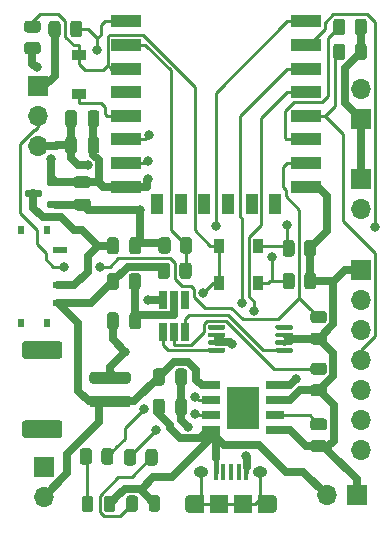
<source format=gtl>
G04 #@! TF.GenerationSoftware,KiCad,Pcbnew,(5.1.12)-1*
G04 #@! TF.CreationDate,2021-12-21T15:59:21+01:00*
G04 #@! TF.ProjectId,iot-postbox,696f742d-706f-4737-9462-6f782e6b6963,v0.3*
G04 #@! TF.SameCoordinates,Original*
G04 #@! TF.FileFunction,Copper,L1,Top*
G04 #@! TF.FilePolarity,Positive*
%FSLAX46Y46*%
G04 Gerber Fmt 4.6, Leading zero omitted, Abs format (unit mm)*
G04 Created by KiCad (PCBNEW (5.1.12)-1) date 2021-12-21 15:59:21*
%MOMM*%
%LPD*%
G01*
G04 APERTURE LIST*
G04 #@! TA.AperFunction,ComponentPad*
%ADD10O,1.700000X1.700000*%
G04 #@! TD*
G04 #@! TA.AperFunction,ComponentPad*
%ADD11R,1.700000X1.700000*%
G04 #@! TD*
G04 #@! TA.AperFunction,SMDPad,CuDef*
%ADD12R,0.600000X0.800000*%
G04 #@! TD*
G04 #@! TA.AperFunction,SMDPad,CuDef*
%ADD13R,1.200000X0.600000*%
G04 #@! TD*
G04 #@! TA.AperFunction,SMDPad,CuDef*
%ADD14R,0.650000X1.560000*%
G04 #@! TD*
G04 #@! TA.AperFunction,SMDPad,CuDef*
%ADD15R,1.500000X0.650000*%
G04 #@! TD*
G04 #@! TA.AperFunction,SMDPad,CuDef*
%ADD16R,2.700000X3.600000*%
G04 #@! TD*
G04 #@! TA.AperFunction,SMDPad,CuDef*
%ADD17R,2.500000X1.000000*%
G04 #@! TD*
G04 #@! TA.AperFunction,SMDPad,CuDef*
%ADD18R,1.000000X1.800000*%
G04 #@! TD*
G04 #@! TA.AperFunction,ComponentPad*
%ADD19O,0.890000X1.550000*%
G04 #@! TD*
G04 #@! TA.AperFunction,SMDPad,CuDef*
%ADD20R,1.200000X1.550000*%
G04 #@! TD*
G04 #@! TA.AperFunction,SMDPad,CuDef*
%ADD21R,1.500000X1.550000*%
G04 #@! TD*
G04 #@! TA.AperFunction,ComponentPad*
%ADD22O,1.250000X0.950000*%
G04 #@! TD*
G04 #@! TA.AperFunction,SMDPad,CuDef*
%ADD23R,0.400000X1.350000*%
G04 #@! TD*
G04 #@! TA.AperFunction,SMDPad,CuDef*
%ADD24R,1.200000X0.900000*%
G04 #@! TD*
G04 #@! TA.AperFunction,SMDPad,CuDef*
%ADD25R,0.900000X1.200000*%
G04 #@! TD*
G04 #@! TA.AperFunction,ViaPad*
%ADD26C,0.800000*%
G04 #@! TD*
G04 #@! TA.AperFunction,Conductor*
%ADD27C,0.250000*%
G04 #@! TD*
G04 #@! TA.AperFunction,Conductor*
%ADD28C,0.650000*%
G04 #@! TD*
G04 #@! TA.AperFunction,Conductor*
%ADD29C,0.400600*%
G04 #@! TD*
G04 #@! TA.AperFunction,Conductor*
%ADD30C,0.399800*%
G04 #@! TD*
G04 APERTURE END LIST*
D10*
X101669000Y-120720000D03*
X101669000Y-118180000D03*
D11*
X101669000Y-115640000D03*
D10*
X129032000Y-146418000D03*
X129032000Y-143878000D03*
X129032000Y-141338000D03*
X129032000Y-138798000D03*
X129032000Y-136258000D03*
X129032000Y-133718000D03*
D11*
X129032000Y-131178000D03*
D12*
X100239000Y-135650000D03*
X102459000Y-135650000D03*
X100239000Y-127830000D03*
X102459000Y-127830000D03*
D13*
X103559000Y-129490000D03*
X103559000Y-132490000D03*
X103559000Y-133990000D03*
G04 #@! TA.AperFunction,SMDPad,CuDef*
G36*
G01*
X103900000Y-125500000D02*
X103900000Y-125800000D01*
G75*
G02*
X103750000Y-125950000I-150000J0D01*
G01*
X102575000Y-125950000D01*
G75*
G02*
X102425000Y-125800000I0J150000D01*
G01*
X102425000Y-125500000D01*
G75*
G02*
X102575000Y-125350000I150000J0D01*
G01*
X103750000Y-125350000D01*
G75*
G02*
X103900000Y-125500000I0J-150000D01*
G01*
G37*
G04 #@! TD.AperFunction*
G04 #@! TA.AperFunction,SMDPad,CuDef*
G36*
G01*
X103900000Y-123600000D02*
X103900000Y-123900000D01*
G75*
G02*
X103750000Y-124050000I-150000J0D01*
G01*
X102575000Y-124050000D01*
G75*
G02*
X102425000Y-123900000I0J150000D01*
G01*
X102425000Y-123600000D01*
G75*
G02*
X102575000Y-123450000I150000J0D01*
G01*
X103750000Y-123450000D01*
G75*
G02*
X103900000Y-123600000I0J-150000D01*
G01*
G37*
G04 #@! TD.AperFunction*
G04 #@! TA.AperFunction,SMDPad,CuDef*
G36*
G01*
X102025000Y-124550000D02*
X102025000Y-124850000D01*
G75*
G02*
X101875000Y-125000000I-150000J0D01*
G01*
X100700000Y-125000000D01*
G75*
G02*
X100550000Y-124850000I0J150000D01*
G01*
X100550000Y-124550000D01*
G75*
G02*
X100700000Y-124400000I150000J0D01*
G01*
X101875000Y-124400000D01*
G75*
G02*
X102025000Y-124550000I0J-150000D01*
G01*
G37*
G04 #@! TD.AperFunction*
G04 #@! TA.AperFunction,SMDPad,CuDef*
G36*
G01*
X116050000Y-136125000D02*
X116050000Y-135925000D01*
G75*
G02*
X116150000Y-135825000I100000J0D01*
G01*
X117425000Y-135825000D01*
G75*
G02*
X117525000Y-135925000I0J-100000D01*
G01*
X117525000Y-136125000D01*
G75*
G02*
X117425000Y-136225000I-100000J0D01*
G01*
X116150000Y-136225000D01*
G75*
G02*
X116050000Y-136125000I0J100000D01*
G01*
G37*
G04 #@! TD.AperFunction*
G04 #@! TA.AperFunction,SMDPad,CuDef*
G36*
G01*
X116050000Y-136775000D02*
X116050000Y-136575000D01*
G75*
G02*
X116150000Y-136475000I100000J0D01*
G01*
X117425000Y-136475000D01*
G75*
G02*
X117525000Y-136575000I0J-100000D01*
G01*
X117525000Y-136775000D01*
G75*
G02*
X117425000Y-136875000I-100000J0D01*
G01*
X116150000Y-136875000D01*
G75*
G02*
X116050000Y-136775000I0J100000D01*
G01*
G37*
G04 #@! TD.AperFunction*
G04 #@! TA.AperFunction,SMDPad,CuDef*
G36*
G01*
X116050000Y-137425000D02*
X116050000Y-137225000D01*
G75*
G02*
X116150000Y-137125000I100000J0D01*
G01*
X117425000Y-137125000D01*
G75*
G02*
X117525000Y-137225000I0J-100000D01*
G01*
X117525000Y-137425000D01*
G75*
G02*
X117425000Y-137525000I-100000J0D01*
G01*
X116150000Y-137525000D01*
G75*
G02*
X116050000Y-137425000I0J100000D01*
G01*
G37*
G04 #@! TD.AperFunction*
G04 #@! TA.AperFunction,SMDPad,CuDef*
G36*
G01*
X116050000Y-138075000D02*
X116050000Y-137875000D01*
G75*
G02*
X116150000Y-137775000I100000J0D01*
G01*
X117425000Y-137775000D01*
G75*
G02*
X117525000Y-137875000I0J-100000D01*
G01*
X117525000Y-138075000D01*
G75*
G02*
X117425000Y-138175000I-100000J0D01*
G01*
X116150000Y-138175000D01*
G75*
G02*
X116050000Y-138075000I0J100000D01*
G01*
G37*
G04 #@! TD.AperFunction*
G04 #@! TA.AperFunction,SMDPad,CuDef*
G36*
G01*
X121775000Y-138075000D02*
X121775000Y-137875000D01*
G75*
G02*
X121875000Y-137775000I100000J0D01*
G01*
X123150000Y-137775000D01*
G75*
G02*
X123250000Y-137875000I0J-100000D01*
G01*
X123250000Y-138075000D01*
G75*
G02*
X123150000Y-138175000I-100000J0D01*
G01*
X121875000Y-138175000D01*
G75*
G02*
X121775000Y-138075000I0J100000D01*
G01*
G37*
G04 #@! TD.AperFunction*
G04 #@! TA.AperFunction,SMDPad,CuDef*
G36*
G01*
X121775000Y-137425000D02*
X121775000Y-137225000D01*
G75*
G02*
X121875000Y-137125000I100000J0D01*
G01*
X123150000Y-137125000D01*
G75*
G02*
X123250000Y-137225000I0J-100000D01*
G01*
X123250000Y-137425000D01*
G75*
G02*
X123150000Y-137525000I-100000J0D01*
G01*
X121875000Y-137525000D01*
G75*
G02*
X121775000Y-137425000I0J100000D01*
G01*
G37*
G04 #@! TD.AperFunction*
G04 #@! TA.AperFunction,SMDPad,CuDef*
G36*
G01*
X121775000Y-136775000D02*
X121775000Y-136575000D01*
G75*
G02*
X121875000Y-136475000I100000J0D01*
G01*
X123150000Y-136475000D01*
G75*
G02*
X123250000Y-136575000I0J-100000D01*
G01*
X123250000Y-136775000D01*
G75*
G02*
X123150000Y-136875000I-100000J0D01*
G01*
X121875000Y-136875000D01*
G75*
G02*
X121775000Y-136775000I0J100000D01*
G01*
G37*
G04 #@! TD.AperFunction*
G04 #@! TA.AperFunction,SMDPad,CuDef*
G36*
G01*
X121775000Y-136125000D02*
X121775000Y-135925000D01*
G75*
G02*
X121875000Y-135825000I100000J0D01*
G01*
X123150000Y-135825000D01*
G75*
G02*
X123250000Y-135925000I0J-100000D01*
G01*
X123250000Y-136125000D01*
G75*
G02*
X123150000Y-136225000I-100000J0D01*
G01*
X121875000Y-136225000D01*
G75*
G02*
X121775000Y-136125000I0J100000D01*
G01*
G37*
G04 #@! TD.AperFunction*
D14*
X112250000Y-136400000D03*
X113200000Y-136400000D03*
X114150000Y-136400000D03*
X114150000Y-133700000D03*
X112250000Y-133700000D03*
X113200000Y-133700000D03*
D15*
X121750000Y-144755000D03*
X121750000Y-143485000D03*
X121750000Y-142215000D03*
X121750000Y-140945000D03*
X116350000Y-140945000D03*
X116350000Y-142215000D03*
X116350000Y-143485000D03*
X116350000Y-144755000D03*
D16*
X119050000Y-142850000D03*
D17*
X109160000Y-110130000D03*
X109160000Y-112130000D03*
X109160000Y-114130000D03*
X109160000Y-116130000D03*
X109160000Y-118130000D03*
X109160000Y-120130000D03*
X109160000Y-122130000D03*
X109160000Y-124130000D03*
D18*
X111760000Y-125630000D03*
X113760000Y-125630000D03*
X115760000Y-125630000D03*
X117760000Y-125630000D03*
X119760000Y-125630000D03*
X121760000Y-125630000D03*
D17*
X124360000Y-124130000D03*
X124360000Y-122130000D03*
X124360000Y-120130000D03*
X124360000Y-118130000D03*
X124360000Y-116130000D03*
X124360000Y-114130000D03*
X124360000Y-112130000D03*
X124360000Y-110130000D03*
G04 #@! TA.AperFunction,SMDPad,CuDef*
G36*
G01*
X125890002Y-144770000D02*
X124989998Y-144770000D01*
G75*
G02*
X124740000Y-144520002I0J249998D01*
G01*
X124740000Y-143994998D01*
G75*
G02*
X124989998Y-143745000I249998J0D01*
G01*
X125890002Y-143745000D01*
G75*
G02*
X126140000Y-143994998I0J-249998D01*
G01*
X126140000Y-144520002D01*
G75*
G02*
X125890002Y-144770000I-249998J0D01*
G01*
G37*
G04 #@! TD.AperFunction*
G04 #@! TA.AperFunction,SMDPad,CuDef*
G36*
G01*
X125890002Y-146595000D02*
X124989998Y-146595000D01*
G75*
G02*
X124740000Y-146345002I0J249998D01*
G01*
X124740000Y-145819998D01*
G75*
G02*
X124989998Y-145570000I249998J0D01*
G01*
X125890002Y-145570000D01*
G75*
G02*
X126140000Y-145819998I0J-249998D01*
G01*
X126140000Y-146345002D01*
G75*
G02*
X125890002Y-146595000I-249998J0D01*
G01*
G37*
G04 #@! TD.AperFunction*
G04 #@! TA.AperFunction,SMDPad,CuDef*
G36*
G01*
X114725000Y-128649998D02*
X114725000Y-129550002D01*
G75*
G02*
X114475002Y-129800000I-249998J0D01*
G01*
X113949998Y-129800000D01*
G75*
G02*
X113700000Y-129550002I0J249998D01*
G01*
X113700000Y-128649998D01*
G75*
G02*
X113949998Y-128400000I249998J0D01*
G01*
X114475002Y-128400000D01*
G75*
G02*
X114725000Y-128649998I0J-249998D01*
G01*
G37*
G04 #@! TD.AperFunction*
G04 #@! TA.AperFunction,SMDPad,CuDef*
G36*
G01*
X112900000Y-128649998D02*
X112900000Y-129550002D01*
G75*
G02*
X112650002Y-129800000I-249998J0D01*
G01*
X112124998Y-129800000D01*
G75*
G02*
X111875000Y-129550002I0J249998D01*
G01*
X111875000Y-128649998D01*
G75*
G02*
X112124998Y-128400000I249998J0D01*
G01*
X112650002Y-128400000D01*
G75*
G02*
X112900000Y-128649998I0J-249998D01*
G01*
G37*
G04 #@! TD.AperFunction*
G04 #@! TA.AperFunction,SMDPad,CuDef*
G36*
G01*
X111825000Y-131700002D02*
X111825000Y-130799998D01*
G75*
G02*
X112074998Y-130550000I249998J0D01*
G01*
X112600002Y-130550000D01*
G75*
G02*
X112850000Y-130799998I0J-249998D01*
G01*
X112850000Y-131700002D01*
G75*
G02*
X112600002Y-131950000I-249998J0D01*
G01*
X112074998Y-131950000D01*
G75*
G02*
X111825000Y-131700002I0J249998D01*
G01*
G37*
G04 #@! TD.AperFunction*
G04 #@! TA.AperFunction,SMDPad,CuDef*
G36*
G01*
X113650000Y-131700002D02*
X113650000Y-130799998D01*
G75*
G02*
X113899998Y-130550000I249998J0D01*
G01*
X114425002Y-130550000D01*
G75*
G02*
X114675000Y-130799998I0J-249998D01*
G01*
X114675000Y-131700002D01*
G75*
G02*
X114425002Y-131950000I-249998J0D01*
G01*
X113899998Y-131950000D01*
G75*
G02*
X113650000Y-131700002I0J249998D01*
G01*
G37*
G04 #@! TD.AperFunction*
G04 #@! TA.AperFunction,SMDPad,CuDef*
G36*
G01*
X107525000Y-132600002D02*
X107525000Y-131699998D01*
G75*
G02*
X107774998Y-131450000I249998J0D01*
G01*
X108300002Y-131450000D01*
G75*
G02*
X108550000Y-131699998I0J-249998D01*
G01*
X108550000Y-132600002D01*
G75*
G02*
X108300002Y-132850000I-249998J0D01*
G01*
X107774998Y-132850000D01*
G75*
G02*
X107525000Y-132600002I0J249998D01*
G01*
G37*
G04 #@! TD.AperFunction*
G04 #@! TA.AperFunction,SMDPad,CuDef*
G36*
G01*
X109350000Y-132600002D02*
X109350000Y-131699998D01*
G75*
G02*
X109599998Y-131450000I249998J0D01*
G01*
X110125002Y-131450000D01*
G75*
G02*
X110375000Y-131699998I0J-249998D01*
G01*
X110375000Y-132600002D01*
G75*
G02*
X110125002Y-132850000I-249998J0D01*
G01*
X109599998Y-132850000D01*
G75*
G02*
X109350000Y-132600002I0J249998D01*
G01*
G37*
G04 #@! TD.AperFunction*
G04 #@! TA.AperFunction,SMDPad,CuDef*
G36*
G01*
X124989998Y-140860000D02*
X125890002Y-140860000D01*
G75*
G02*
X126140000Y-141109998I0J-249998D01*
G01*
X126140000Y-141635002D01*
G75*
G02*
X125890002Y-141885000I-249998J0D01*
G01*
X124989998Y-141885000D01*
G75*
G02*
X124740000Y-141635002I0J249998D01*
G01*
X124740000Y-141109998D01*
G75*
G02*
X124989998Y-140860000I249998J0D01*
G01*
G37*
G04 #@! TD.AperFunction*
G04 #@! TA.AperFunction,SMDPad,CuDef*
G36*
G01*
X124989998Y-139035000D02*
X125890002Y-139035000D01*
G75*
G02*
X126140000Y-139284998I0J-249998D01*
G01*
X126140000Y-139810002D01*
G75*
G02*
X125890002Y-140060000I-249998J0D01*
G01*
X124989998Y-140060000D01*
G75*
G02*
X124740000Y-139810002I0J249998D01*
G01*
X124740000Y-139284998D01*
G75*
G02*
X124989998Y-139035000I249998J0D01*
G01*
G37*
G04 #@! TD.AperFunction*
G04 #@! TA.AperFunction,SMDPad,CuDef*
G36*
G01*
X107030000Y-147420002D02*
X107030000Y-146519998D01*
G75*
G02*
X107279998Y-146270000I249998J0D01*
G01*
X107805002Y-146270000D01*
G75*
G02*
X108055000Y-146519998I0J-249998D01*
G01*
X108055000Y-147420002D01*
G75*
G02*
X107805002Y-147670000I-249998J0D01*
G01*
X107279998Y-147670000D01*
G75*
G02*
X107030000Y-147420002I0J249998D01*
G01*
G37*
G04 #@! TD.AperFunction*
G04 #@! TA.AperFunction,SMDPad,CuDef*
G36*
G01*
X105205000Y-147420002D02*
X105205000Y-146519998D01*
G75*
G02*
X105454998Y-146270000I249998J0D01*
G01*
X105980002Y-146270000D01*
G75*
G02*
X106230000Y-146519998I0J-249998D01*
G01*
X106230000Y-147420002D01*
G75*
G02*
X105980002Y-147670000I-249998J0D01*
G01*
X105454998Y-147670000D01*
G75*
G02*
X105205000Y-147420002I0J249998D01*
G01*
G37*
G04 #@! TD.AperFunction*
G04 #@! TA.AperFunction,SMDPad,CuDef*
G36*
G01*
X111795000Y-146589998D02*
X111795000Y-147490002D01*
G75*
G02*
X111545002Y-147740000I-249998J0D01*
G01*
X111019998Y-147740000D01*
G75*
G02*
X110770000Y-147490002I0J249998D01*
G01*
X110770000Y-146589998D01*
G75*
G02*
X111019998Y-146340000I249998J0D01*
G01*
X111545002Y-146340000D01*
G75*
G02*
X111795000Y-146589998I0J-249998D01*
G01*
G37*
G04 #@! TD.AperFunction*
G04 #@! TA.AperFunction,SMDPad,CuDef*
G36*
G01*
X109970000Y-146589998D02*
X109970000Y-147490002D01*
G75*
G02*
X109720002Y-147740000I-249998J0D01*
G01*
X109194998Y-147740000D01*
G75*
G02*
X108945000Y-147490002I0J249998D01*
G01*
X108945000Y-146589998D01*
G75*
G02*
X109194998Y-146340000I249998J0D01*
G01*
X109720002Y-146340000D01*
G75*
G02*
X109970000Y-146589998I0J-249998D01*
G01*
G37*
G04 #@! TD.AperFunction*
G04 #@! TA.AperFunction,SMDPad,CuDef*
G36*
G01*
X122375000Y-129790002D02*
X122375000Y-128889998D01*
G75*
G02*
X122624998Y-128640000I249998J0D01*
G01*
X123150002Y-128640000D01*
G75*
G02*
X123400000Y-128889998I0J-249998D01*
G01*
X123400000Y-129790002D01*
G75*
G02*
X123150002Y-130040000I-249998J0D01*
G01*
X122624998Y-130040000D01*
G75*
G02*
X122375000Y-129790002I0J249998D01*
G01*
G37*
G04 #@! TD.AperFunction*
G04 #@! TA.AperFunction,SMDPad,CuDef*
G36*
G01*
X124200000Y-129790002D02*
X124200000Y-128889998D01*
G75*
G02*
X124449998Y-128640000I249998J0D01*
G01*
X124975002Y-128640000D01*
G75*
G02*
X125225000Y-128889998I0J-249998D01*
G01*
X125225000Y-129790002D01*
G75*
G02*
X124975002Y-130040000I-249998J0D01*
G01*
X124449998Y-130040000D01*
G75*
G02*
X124200000Y-129790002I0J249998D01*
G01*
G37*
G04 #@! TD.AperFunction*
G04 #@! TA.AperFunction,SMDPad,CuDef*
G36*
G01*
X122375000Y-132565002D02*
X122375000Y-131664998D01*
G75*
G02*
X122624998Y-131415000I249998J0D01*
G01*
X123150002Y-131415000D01*
G75*
G02*
X123400000Y-131664998I0J-249998D01*
G01*
X123400000Y-132565002D01*
G75*
G02*
X123150002Y-132815000I-249998J0D01*
G01*
X122624998Y-132815000D01*
G75*
G02*
X122375000Y-132565002I0J249998D01*
G01*
G37*
G04 #@! TD.AperFunction*
G04 #@! TA.AperFunction,SMDPad,CuDef*
G36*
G01*
X124200000Y-132565002D02*
X124200000Y-131664998D01*
G75*
G02*
X124449998Y-131415000I249998J0D01*
G01*
X124975002Y-131415000D01*
G75*
G02*
X125225000Y-131664998I0J-249998D01*
G01*
X125225000Y-132565002D01*
G75*
G02*
X124975002Y-132815000I-249998J0D01*
G01*
X124449998Y-132815000D01*
G75*
G02*
X124200000Y-132565002I0J249998D01*
G01*
G37*
G04 #@! TD.AperFunction*
G04 #@! TA.AperFunction,SMDPad,CuDef*
G36*
G01*
X100743998Y-110065000D02*
X101644002Y-110065000D01*
G75*
G02*
X101894000Y-110314998I0J-249998D01*
G01*
X101894000Y-110840002D01*
G75*
G02*
X101644002Y-111090000I-249998J0D01*
G01*
X100743998Y-111090000D01*
G75*
G02*
X100494000Y-110840002I0J249998D01*
G01*
X100494000Y-110314998D01*
G75*
G02*
X100743998Y-110065000I249998J0D01*
G01*
G37*
G04 #@! TD.AperFunction*
G04 #@! TA.AperFunction,SMDPad,CuDef*
G36*
G01*
X100743998Y-111890000D02*
X101644002Y-111890000D01*
G75*
G02*
X101894000Y-112139998I0J-249998D01*
G01*
X101894000Y-112665002D01*
G75*
G02*
X101644002Y-112915000I-249998J0D01*
G01*
X100743998Y-112915000D01*
G75*
G02*
X100494000Y-112665002I0J249998D01*
G01*
X100494000Y-112139998D01*
G75*
G02*
X100743998Y-111890000I249998J0D01*
G01*
G37*
G04 #@! TD.AperFunction*
G04 #@! TA.AperFunction,SMDPad,CuDef*
G36*
G01*
X128488000Y-111040002D02*
X128488000Y-110139998D01*
G75*
G02*
X128737998Y-109890000I249998J0D01*
G01*
X129263002Y-109890000D01*
G75*
G02*
X129513000Y-110139998I0J-249998D01*
G01*
X129513000Y-111040002D01*
G75*
G02*
X129263002Y-111290000I-249998J0D01*
G01*
X128737998Y-111290000D01*
G75*
G02*
X128488000Y-111040002I0J249998D01*
G01*
G37*
G04 #@! TD.AperFunction*
G04 #@! TA.AperFunction,SMDPad,CuDef*
G36*
G01*
X126663000Y-111040002D02*
X126663000Y-110139998D01*
G75*
G02*
X126912998Y-109890000I249998J0D01*
G01*
X127438002Y-109890000D01*
G75*
G02*
X127688000Y-110139998I0J-249998D01*
G01*
X127688000Y-111040002D01*
G75*
G02*
X127438002Y-111290000I-249998J0D01*
G01*
X126912998Y-111290000D01*
G75*
G02*
X126663000Y-111040002I0J249998D01*
G01*
G37*
G04 #@! TD.AperFunction*
G04 #@! TA.AperFunction,SMDPad,CuDef*
G36*
G01*
X124989998Y-136490000D02*
X125890002Y-136490000D01*
G75*
G02*
X126140000Y-136739998I0J-249998D01*
G01*
X126140000Y-137265002D01*
G75*
G02*
X125890002Y-137515000I-249998J0D01*
G01*
X124989998Y-137515000D01*
G75*
G02*
X124740000Y-137265002I0J249998D01*
G01*
X124740000Y-136739998D01*
G75*
G02*
X124989998Y-136490000I249998J0D01*
G01*
G37*
G04 #@! TD.AperFunction*
G04 #@! TA.AperFunction,SMDPad,CuDef*
G36*
G01*
X124989998Y-134665000D02*
X125890002Y-134665000D01*
G75*
G02*
X126140000Y-134914998I0J-249998D01*
G01*
X126140000Y-135440002D01*
G75*
G02*
X125890002Y-135690000I-249998J0D01*
G01*
X124989998Y-135690000D01*
G75*
G02*
X124740000Y-135440002I0J249998D01*
G01*
X124740000Y-134914998D01*
G75*
G02*
X124989998Y-134665000I249998J0D01*
G01*
G37*
G04 #@! TD.AperFunction*
G04 #@! TA.AperFunction,SMDPad,CuDef*
G36*
G01*
X128488000Y-113160002D02*
X128488000Y-112259998D01*
G75*
G02*
X128737998Y-112010000I249998J0D01*
G01*
X129263002Y-112010000D01*
G75*
G02*
X129513000Y-112259998I0J-249998D01*
G01*
X129513000Y-113160002D01*
G75*
G02*
X129263002Y-113410000I-249998J0D01*
G01*
X128737998Y-113410000D01*
G75*
G02*
X128488000Y-113160002I0J249998D01*
G01*
G37*
G04 #@! TD.AperFunction*
G04 #@! TA.AperFunction,SMDPad,CuDef*
G36*
G01*
X126663000Y-113160002D02*
X126663000Y-112259998D01*
G75*
G02*
X126912998Y-112010000I249998J0D01*
G01*
X127438002Y-112010000D01*
G75*
G02*
X127688000Y-112259998I0J-249998D01*
G01*
X127688000Y-113160002D01*
G75*
G02*
X127438002Y-113410000I-249998J0D01*
G01*
X126912998Y-113410000D01*
G75*
G02*
X126663000Y-113160002I0J249998D01*
G01*
G37*
G04 #@! TD.AperFunction*
G04 #@! TA.AperFunction,SMDPad,CuDef*
G36*
G01*
X102560000Y-111230002D02*
X102560000Y-110329998D01*
G75*
G02*
X102809998Y-110080000I249998J0D01*
G01*
X103335002Y-110080000D01*
G75*
G02*
X103585000Y-110329998I0J-249998D01*
G01*
X103585000Y-111230002D01*
G75*
G02*
X103335002Y-111480000I-249998J0D01*
G01*
X102809998Y-111480000D01*
G75*
G02*
X102560000Y-111230002I0J249998D01*
G01*
G37*
G04 #@! TD.AperFunction*
G04 #@! TA.AperFunction,SMDPad,CuDef*
G36*
G01*
X104385000Y-111230002D02*
X104385000Y-110329998D01*
G75*
G02*
X104634998Y-110080000I249998J0D01*
G01*
X105160002Y-110080000D01*
G75*
G02*
X105410000Y-110329998I0J-249998D01*
G01*
X105410000Y-111230002D01*
G75*
G02*
X105160002Y-111480000I-249998J0D01*
G01*
X104634998Y-111480000D01*
G75*
G02*
X104385000Y-111230002I0J249998D01*
G01*
G37*
G04 #@! TD.AperFunction*
D11*
X102180000Y-147820000D03*
D10*
X102180000Y-150360000D03*
G04 #@! TA.AperFunction,SMDPad,CuDef*
G36*
G01*
X100580000Y-143910000D02*
X103480000Y-143910000D01*
G75*
G02*
X103730000Y-144160000I0J-250000D01*
G01*
X103730000Y-145160000D01*
G75*
G02*
X103480000Y-145410000I-250000J0D01*
G01*
X100580000Y-145410000D01*
G75*
G02*
X100330000Y-145160000I0J250000D01*
G01*
X100330000Y-144160000D01*
G75*
G02*
X100580000Y-143910000I250000J0D01*
G01*
G37*
G04 #@! TD.AperFunction*
G04 #@! TA.AperFunction,SMDPad,CuDef*
G36*
G01*
X100580000Y-137210000D02*
X103480000Y-137210000D01*
G75*
G02*
X103730000Y-137460000I0J-250000D01*
G01*
X103730000Y-138460000D01*
G75*
G02*
X103480000Y-138710000I-250000J0D01*
G01*
X100580000Y-138710000D01*
G75*
G02*
X100330000Y-138460000I0J250000D01*
G01*
X100330000Y-137460000D01*
G75*
G02*
X100580000Y-137210000I250000J0D01*
G01*
G37*
G04 #@! TD.AperFunction*
G04 #@! TA.AperFunction,SMDPad,CuDef*
G36*
G01*
X106280000Y-141810000D02*
X109280000Y-141810000D01*
G75*
G02*
X109530000Y-142060000I0J-250000D01*
G01*
X109530000Y-142560000D01*
G75*
G02*
X109280000Y-142810000I-250000J0D01*
G01*
X106280000Y-142810000D01*
G75*
G02*
X106030000Y-142560000I0J250000D01*
G01*
X106030000Y-142060000D01*
G75*
G02*
X106280000Y-141810000I250000J0D01*
G01*
G37*
G04 #@! TD.AperFunction*
G04 #@! TA.AperFunction,SMDPad,CuDef*
G36*
G01*
X106280000Y-139810000D02*
X109280000Y-139810000D01*
G75*
G02*
X109530000Y-140060000I0J-250000D01*
G01*
X109530000Y-140560000D01*
G75*
G02*
X109280000Y-140810000I-250000J0D01*
G01*
X106280000Y-140810000D01*
G75*
G02*
X106030000Y-140560000I0J250000D01*
G01*
X106030000Y-140060000D01*
G75*
G02*
X106280000Y-139810000I250000J0D01*
G01*
G37*
G04 #@! TD.AperFunction*
D19*
X121510000Y-151020000D03*
X114510000Y-151020000D03*
D20*
X120910000Y-151020000D03*
X115110000Y-151020000D03*
D21*
X119010000Y-151020000D03*
X117010000Y-151020000D03*
D22*
X120510000Y-148320000D03*
X115510000Y-148320000D03*
D23*
X119310000Y-148320000D03*
X118660000Y-148320000D03*
X118010000Y-148320000D03*
X117360000Y-148320000D03*
X116710000Y-148320000D03*
D10*
X126120000Y-150260000D03*
D11*
X128660000Y-150260000D03*
X129030000Y-118420000D03*
D10*
X129030000Y-115880000D03*
D11*
X129030000Y-123520000D03*
D10*
X129030000Y-126060000D03*
G04 #@! TA.AperFunction,SMDPad,CuDef*
G36*
G01*
X107248000Y-151446250D02*
X107248000Y-150533750D01*
G75*
G02*
X107491750Y-150290000I243750J0D01*
G01*
X107979250Y-150290000D01*
G75*
G02*
X108223000Y-150533750I0J-243750D01*
G01*
X108223000Y-151446250D01*
G75*
G02*
X107979250Y-151690000I-243750J0D01*
G01*
X107491750Y-151690000D01*
G75*
G02*
X107248000Y-151446250I0J243750D01*
G01*
G37*
G04 #@! TD.AperFunction*
G04 #@! TA.AperFunction,SMDPad,CuDef*
G36*
G01*
X105373000Y-151446250D02*
X105373000Y-150533750D01*
G75*
G02*
X105616750Y-150290000I243750J0D01*
G01*
X106104250Y-150290000D01*
G75*
G02*
X106348000Y-150533750I0J-243750D01*
G01*
X106348000Y-151446250D01*
G75*
G02*
X106104250Y-151690000I-243750J0D01*
G01*
X105616750Y-151690000D01*
G75*
G02*
X105373000Y-151446250I0J243750D01*
G01*
G37*
G04 #@! TD.AperFunction*
G04 #@! TA.AperFunction,SMDPad,CuDef*
G36*
G01*
X109155000Y-151416250D02*
X109155000Y-150503750D01*
G75*
G02*
X109398750Y-150260000I243750J0D01*
G01*
X109886250Y-150260000D01*
G75*
G02*
X110130000Y-150503750I0J-243750D01*
G01*
X110130000Y-151416250D01*
G75*
G02*
X109886250Y-151660000I-243750J0D01*
G01*
X109398750Y-151660000D01*
G75*
G02*
X109155000Y-151416250I0J243750D01*
G01*
G37*
G04 #@! TD.AperFunction*
G04 #@! TA.AperFunction,SMDPad,CuDef*
G36*
G01*
X111030000Y-151416250D02*
X111030000Y-150503750D01*
G75*
G02*
X111273750Y-150260000I243750J0D01*
G01*
X111761250Y-150260000D01*
G75*
G02*
X112005000Y-150503750I0J-243750D01*
G01*
X112005000Y-151416250D01*
G75*
G02*
X111761250Y-151660000I-243750J0D01*
G01*
X111273750Y-151660000D01*
G75*
G02*
X111030000Y-151416250I0J243750D01*
G01*
G37*
G04 #@! TD.AperFunction*
D24*
X105115000Y-112950000D03*
X105115000Y-116250000D03*
D25*
X117030000Y-132315000D03*
X120330000Y-132315000D03*
X117030000Y-129140000D03*
X120330000Y-129140000D03*
G04 #@! TA.AperFunction,SMDPad,CuDef*
G36*
G01*
X104950000Y-123250000D02*
X105900000Y-123250000D01*
G75*
G02*
X106150000Y-123500000I0J-250000D01*
G01*
X106150000Y-124000000D01*
G75*
G02*
X105900000Y-124250000I-250000J0D01*
G01*
X104950000Y-124250000D01*
G75*
G02*
X104700000Y-124000000I0J250000D01*
G01*
X104700000Y-123500000D01*
G75*
G02*
X104950000Y-123250000I250000J0D01*
G01*
G37*
G04 #@! TD.AperFunction*
G04 #@! TA.AperFunction,SMDPad,CuDef*
G36*
G01*
X104950000Y-125150000D02*
X105900000Y-125150000D01*
G75*
G02*
X106150000Y-125400000I0J-250000D01*
G01*
X106150000Y-125900000D01*
G75*
G02*
X105900000Y-126150000I-250000J0D01*
G01*
X104950000Y-126150000D01*
G75*
G02*
X104700000Y-125900000I0J250000D01*
G01*
X104700000Y-125400000D01*
G75*
G02*
X104950000Y-125150000I250000J0D01*
G01*
G37*
G04 #@! TD.AperFunction*
G04 #@! TA.AperFunction,SMDPad,CuDef*
G36*
G01*
X107500000Y-129605000D02*
X107500000Y-128655000D01*
G75*
G02*
X107750000Y-128405000I250000J0D01*
G01*
X108250000Y-128405000D01*
G75*
G02*
X108500000Y-128655000I0J-250000D01*
G01*
X108500000Y-129605000D01*
G75*
G02*
X108250000Y-129855000I-250000J0D01*
G01*
X107750000Y-129855000D01*
G75*
G02*
X107500000Y-129605000I0J250000D01*
G01*
G37*
G04 #@! TD.AperFunction*
G04 #@! TA.AperFunction,SMDPad,CuDef*
G36*
G01*
X109400000Y-129605000D02*
X109400000Y-128655000D01*
G75*
G02*
X109650000Y-128405000I250000J0D01*
G01*
X110150000Y-128405000D01*
G75*
G02*
X110400000Y-128655000I0J-250000D01*
G01*
X110400000Y-129605000D01*
G75*
G02*
X110150000Y-129855000I-250000J0D01*
G01*
X109650000Y-129855000D01*
G75*
G02*
X109400000Y-129605000I0J250000D01*
G01*
G37*
G04 #@! TD.AperFunction*
G04 #@! TA.AperFunction,SMDPad,CuDef*
G36*
G01*
X110400000Y-135005000D02*
X110400000Y-135955000D01*
G75*
G02*
X110150000Y-136205000I-250000J0D01*
G01*
X109650000Y-136205000D01*
G75*
G02*
X109400000Y-135955000I0J250000D01*
G01*
X109400000Y-135005000D01*
G75*
G02*
X109650000Y-134755000I250000J0D01*
G01*
X110150000Y-134755000D01*
G75*
G02*
X110400000Y-135005000I0J-250000D01*
G01*
G37*
G04 #@! TD.AperFunction*
G04 #@! TA.AperFunction,SMDPad,CuDef*
G36*
G01*
X108500000Y-135005000D02*
X108500000Y-135955000D01*
G75*
G02*
X108250000Y-136205000I-250000J0D01*
G01*
X107750000Y-136205000D01*
G75*
G02*
X107500000Y-135955000I0J250000D01*
G01*
X107500000Y-135005000D01*
G75*
G02*
X107750000Y-134755000I250000J0D01*
G01*
X108250000Y-134755000D01*
G75*
G02*
X108500000Y-135005000I0J-250000D01*
G01*
G37*
G04 #@! TD.AperFunction*
G04 #@! TA.AperFunction,SMDPad,CuDef*
G36*
G01*
X111390000Y-140715000D02*
X111390000Y-139765000D01*
G75*
G02*
X111640000Y-139515000I250000J0D01*
G01*
X112140000Y-139515000D01*
G75*
G02*
X112390000Y-139765000I0J-250000D01*
G01*
X112390000Y-140715000D01*
G75*
G02*
X112140000Y-140965000I-250000J0D01*
G01*
X111640000Y-140965000D01*
G75*
G02*
X111390000Y-140715000I0J250000D01*
G01*
G37*
G04 #@! TD.AperFunction*
G04 #@! TA.AperFunction,SMDPad,CuDef*
G36*
G01*
X113290000Y-140715000D02*
X113290000Y-139765000D01*
G75*
G02*
X113540000Y-139515000I250000J0D01*
G01*
X114040000Y-139515000D01*
G75*
G02*
X114290000Y-139765000I0J-250000D01*
G01*
X114290000Y-140715000D01*
G75*
G02*
X114040000Y-140965000I-250000J0D01*
G01*
X113540000Y-140965000D01*
G75*
G02*
X113290000Y-140715000I0J250000D01*
G01*
G37*
G04 #@! TD.AperFunction*
G04 #@! TA.AperFunction,SMDPad,CuDef*
G36*
G01*
X111390000Y-143265000D02*
X111390000Y-142315000D01*
G75*
G02*
X111640000Y-142065000I250000J0D01*
G01*
X112140000Y-142065000D01*
G75*
G02*
X112390000Y-142315000I0J-250000D01*
G01*
X112390000Y-143265000D01*
G75*
G02*
X112140000Y-143515000I-250000J0D01*
G01*
X111640000Y-143515000D01*
G75*
G02*
X111390000Y-143265000I0J250000D01*
G01*
G37*
G04 #@! TD.AperFunction*
G04 #@! TA.AperFunction,SMDPad,CuDef*
G36*
G01*
X113290000Y-143265000D02*
X113290000Y-142315000D01*
G75*
G02*
X113540000Y-142065000I250000J0D01*
G01*
X114040000Y-142065000D01*
G75*
G02*
X114290000Y-142315000I0J-250000D01*
G01*
X114290000Y-143265000D01*
G75*
G02*
X114040000Y-143515000I-250000J0D01*
G01*
X113540000Y-143515000D01*
G75*
G02*
X113290000Y-143265000I0J250000D01*
G01*
G37*
G04 #@! TD.AperFunction*
G04 #@! TA.AperFunction,SMDPad,CuDef*
G36*
G01*
X106869000Y-120155000D02*
X106869000Y-121105000D01*
G75*
G02*
X106619000Y-121355000I-250000J0D01*
G01*
X106119000Y-121355000D01*
G75*
G02*
X105869000Y-121105000I0J250000D01*
G01*
X105869000Y-120155000D01*
G75*
G02*
X106119000Y-119905000I250000J0D01*
G01*
X106619000Y-119905000D01*
G75*
G02*
X106869000Y-120155000I0J-250000D01*
G01*
G37*
G04 #@! TD.AperFunction*
G04 #@! TA.AperFunction,SMDPad,CuDef*
G36*
G01*
X104969000Y-120155000D02*
X104969000Y-121105000D01*
G75*
G02*
X104719000Y-121355000I-250000J0D01*
G01*
X104219000Y-121355000D01*
G75*
G02*
X103969000Y-121105000I0J250000D01*
G01*
X103969000Y-120155000D01*
G75*
G02*
X104219000Y-119905000I250000J0D01*
G01*
X104719000Y-119905000D01*
G75*
G02*
X104969000Y-120155000I0J-250000D01*
G01*
G37*
G04 #@! TD.AperFunction*
G04 #@! TA.AperFunction,SMDPad,CuDef*
G36*
G01*
X106869000Y-117900000D02*
X106869000Y-118850000D01*
G75*
G02*
X106619000Y-119100000I-250000J0D01*
G01*
X106119000Y-119100000D01*
G75*
G02*
X105869000Y-118850000I0J250000D01*
G01*
X105869000Y-117900000D01*
G75*
G02*
X106119000Y-117650000I250000J0D01*
G01*
X106619000Y-117650000D01*
G75*
G02*
X106869000Y-117900000I0J-250000D01*
G01*
G37*
G04 #@! TD.AperFunction*
G04 #@! TA.AperFunction,SMDPad,CuDef*
G36*
G01*
X104969000Y-117900000D02*
X104969000Y-118850000D01*
G75*
G02*
X104719000Y-119100000I-250000J0D01*
G01*
X104219000Y-119100000D01*
G75*
G02*
X103969000Y-118850000I0J250000D01*
G01*
X103969000Y-117900000D01*
G75*
G02*
X104219000Y-117650000I250000J0D01*
G01*
X104719000Y-117650000D01*
G75*
G02*
X104969000Y-117900000I0J-250000D01*
G01*
G37*
G04 #@! TD.AperFunction*
D26*
X115672000Y-133172000D03*
X122785000Y-127380000D03*
X111039000Y-119763000D03*
X121464000Y-130121000D03*
X111020000Y-121922000D03*
X106705000Y-112573000D03*
X130205000Y-127532000D03*
X116713000Y-127483000D03*
X101553000Y-114002700D03*
X114369000Y-144490000D03*
X119278000Y-146952000D03*
X110342000Y-126134000D03*
X105871000Y-122300000D03*
X102796000Y-121747800D03*
X111015000Y-123496000D03*
X123546000Y-140411000D03*
X109068000Y-138125000D03*
X110947000Y-133756000D03*
X118127000Y-137451000D03*
X111658000Y-144704000D03*
X114997000Y-143339000D03*
X119939000Y-134620000D03*
X118923000Y-134010000D03*
X110617000Y-142951000D03*
X114989000Y-141904000D03*
X103848780Y-130899820D03*
X106958780Y-130899820D03*
D27*
X101194000Y-110577000D02*
X101194000Y-110577500D01*
X105115000Y-112950000D02*
X105115000Y-112175000D01*
X105115000Y-112175000D02*
X104727000Y-112175000D01*
X104727000Y-112175000D02*
X103985000Y-111432000D01*
X103985000Y-111432000D02*
X103985000Y-110096000D01*
X103985000Y-110096000D02*
X103642000Y-109752000D01*
X103642000Y-109752000D02*
X103631000Y-109752000D01*
X103631000Y-109752000D02*
X103394000Y-109515000D01*
X103394000Y-109515000D02*
X101844000Y-109515000D01*
X101844000Y-109515000D02*
X101194000Y-110165000D01*
X101194000Y-110165000D02*
X101194000Y-110577000D01*
X117030000Y-132315000D02*
X116529000Y-132315000D01*
X116529000Y-132315000D02*
X115672000Y-133172000D01*
X117030000Y-132315000D02*
X117030000Y-129140000D01*
X109160000Y-114130000D02*
X107849000Y-114130000D01*
X107849000Y-114130000D02*
X107566000Y-113847000D01*
X117030000Y-129140000D02*
X116255000Y-129140000D01*
X116255000Y-129140000D02*
X114935000Y-127820000D01*
X114935000Y-127820000D02*
X114935000Y-115687000D01*
X114935000Y-115687000D02*
X110544000Y-111296000D01*
X110544000Y-111296000D02*
X107725000Y-111296000D01*
X107725000Y-111296000D02*
X107566000Y-111455000D01*
X107566000Y-111455000D02*
X107566000Y-113847000D01*
X105115000Y-112950000D02*
X105115000Y-113725000D01*
X105115000Y-113725000D02*
X105614000Y-114224000D01*
X105614000Y-114224000D02*
X107190000Y-114224000D01*
X107190000Y-114224000D02*
X107566000Y-113847000D01*
X122887500Y-129339500D02*
X122887500Y-129340000D01*
X122887500Y-129339500D02*
X122785000Y-129237000D01*
X122785000Y-129237000D02*
X122785000Y-129140000D01*
X122888000Y-129340000D02*
X122887500Y-129339500D01*
X120330000Y-129140000D02*
X122785000Y-129140000D01*
X122785000Y-129140000D02*
X122785000Y-127380000D01*
X109160000Y-120130000D02*
X110735000Y-120130000D01*
X110735000Y-120130000D02*
X110735000Y-120067000D01*
X110735000Y-120067000D02*
X111039000Y-119763000D01*
X122887500Y-132115000D02*
X121464000Y-132115000D01*
X122888000Y-132115000D02*
X122887500Y-132115000D01*
X121464000Y-132115000D02*
X121464000Y-130121000D01*
X121464000Y-132115000D02*
X121305000Y-132115000D01*
X121305000Y-132115000D02*
X121105000Y-132315000D01*
X121105000Y-132315000D02*
X120330000Y-132315000D01*
X109160000Y-122130000D02*
X110735000Y-122130000D01*
X110735000Y-122130000D02*
X110943000Y-121922000D01*
X110943000Y-121922000D02*
X111020000Y-121922000D01*
X105115000Y-116250000D02*
X105115000Y-117025000D01*
X105115000Y-117025000D02*
X107029000Y-117025000D01*
X107029000Y-117025000D02*
X107369000Y-117365000D01*
X107369000Y-117365000D02*
X107369000Y-117965000D01*
X107369000Y-117965000D02*
X107534000Y-118130000D01*
X107534000Y-118130000D02*
X109160000Y-118130000D01*
X126718500Y-111047000D02*
X127176000Y-110590000D01*
X124360000Y-120130000D02*
X122694000Y-120130000D01*
X122694000Y-120130000D02*
X122555000Y-119991000D01*
X122555000Y-119991000D02*
X122555000Y-117712000D01*
X122555000Y-117712000D02*
X123311000Y-116955000D01*
X123311000Y-116955000D02*
X125753000Y-116955000D01*
X125753000Y-116955000D02*
X126261000Y-116447000D01*
X126261000Y-116447000D02*
X126261000Y-111504000D01*
X126261000Y-111504000D02*
X126718500Y-111047000D01*
X126718500Y-111047000D02*
X127175500Y-110590000D01*
X104898000Y-110780000D02*
X104897500Y-110780000D01*
X104898000Y-110780000D02*
X105903000Y-110780000D01*
X105903000Y-110780000D02*
X106705000Y-111582000D01*
X109160000Y-110130000D02*
X107345000Y-110130000D01*
X107345000Y-110130000D02*
X107036000Y-110439000D01*
X107036000Y-110439000D02*
X107036000Y-111252000D01*
X107036000Y-111252000D02*
X106705000Y-111582000D01*
X106705000Y-111582000D02*
X106705000Y-112573000D01*
X129035000Y-138386000D02*
X129032000Y-138389000D01*
X129032000Y-138389000D02*
X129032000Y-138798000D01*
X129035000Y-138386000D02*
X129035000Y-137982000D01*
X129035000Y-137982000D02*
X130210000Y-136807000D01*
X130210000Y-136807000D02*
X130210000Y-129731000D01*
X130210000Y-129731000D02*
X127482000Y-127003000D01*
X127482000Y-127003000D02*
X127482000Y-119677000D01*
X127482000Y-119677000D02*
X125935000Y-118130000D01*
X129035000Y-138790000D02*
X129035000Y-138386000D01*
X127175500Y-112710500D02*
X127175500Y-112710000D01*
X127175500Y-112710500D02*
X126781000Y-113105000D01*
X126781000Y-113105000D02*
X126781000Y-117284000D01*
X126781000Y-117284000D02*
X125935000Y-118130000D01*
X127176000Y-112710000D02*
X127175500Y-112710500D01*
X124360000Y-118130000D02*
X125935000Y-118130000D01*
X124360000Y-112130000D02*
X124629000Y-112130000D01*
X124629000Y-112130000D02*
X125977000Y-110782000D01*
X125977000Y-110782000D02*
X125977000Y-110249000D01*
X125977000Y-110249000D02*
X126679000Y-109547000D01*
X126679000Y-109547000D02*
X129539000Y-109547000D01*
X129539000Y-109547000D02*
X130205000Y-110214000D01*
X130205000Y-110214000D02*
X130205000Y-127532000D01*
X116713000Y-127483000D02*
X116713000Y-116202000D01*
X116713000Y-116202000D02*
X122785000Y-110130000D01*
X122785000Y-110130000D02*
X124360000Y-110130000D01*
D28*
X129032000Y-131170000D02*
X127660000Y-131170000D01*
X127660000Y-131170000D02*
X126715000Y-132115000D01*
X126715000Y-132115000D02*
X126666000Y-132115000D01*
X129035000Y-131170000D02*
X129032000Y-131170000D01*
X129032000Y-131178000D02*
X129032000Y-131170000D01*
D29*
X122659000Y-137178500D02*
X122512000Y-137325000D01*
X122806000Y-137032000D02*
X122659000Y-137178500D01*
X122659000Y-137178500D02*
X122512500Y-137325000D01*
X122659000Y-136821500D02*
X122512000Y-136675000D01*
X122806000Y-136968000D02*
X122659000Y-136821500D01*
X122659000Y-136821500D02*
X122512500Y-136675000D01*
D28*
X125439500Y-146082000D02*
X125440000Y-146082500D01*
X125439500Y-146082000D02*
X124353000Y-146082000D01*
X124353000Y-146082000D02*
X123025000Y-144755000D01*
X123025000Y-144755000D02*
X121750000Y-144755000D01*
X126241000Y-146082000D02*
X125439500Y-146082000D01*
X125439500Y-141372000D02*
X125440000Y-141372500D01*
X125439500Y-141372000D02*
X125440000Y-141372000D01*
X121750000Y-142215000D02*
X123025000Y-142215000D01*
X123025000Y-142215000D02*
X123868000Y-141372000D01*
X123868000Y-141372000D02*
X125439500Y-141372000D01*
X124712000Y-129340000D02*
X124712000Y-132115000D01*
X124712000Y-132115000D02*
X124712500Y-132115000D01*
X124360000Y-124130000D02*
X125375000Y-124130000D01*
X125375000Y-124130000D02*
X126135000Y-124891000D01*
X126135000Y-124891000D02*
X126135000Y-127917000D01*
X126135000Y-127917000D02*
X124712000Y-129340000D01*
X124712500Y-129340000D02*
X124712000Y-129340000D01*
D30*
X119310000Y-148320000D02*
X119310000Y-147244800D01*
D28*
X119385000Y-147119600D02*
X119385000Y-147881000D01*
X119278000Y-146952000D02*
X119385000Y-147058000D01*
X119385000Y-147058000D02*
X119385000Y-147119600D01*
X119372500Y-147119600D02*
X119385000Y-147119600D01*
D30*
X119372500Y-147119600D02*
X119372500Y-147182300D01*
X119372500Y-147182300D02*
X119310000Y-147244800D01*
D28*
X112387500Y-129099500D02*
X112387500Y-129100000D01*
X112387500Y-129099500D02*
X112388000Y-129100000D01*
X110342000Y-128909000D02*
X112197000Y-128909000D01*
X112197000Y-128909000D02*
X112387500Y-129099500D01*
X125439500Y-137002000D02*
X125440000Y-137002500D01*
X125439500Y-137002000D02*
X122835000Y-137002000D01*
X125440000Y-137002000D02*
X125439500Y-137002000D01*
X122835000Y-137002000D02*
X122806000Y-137032000D01*
X103162500Y-125650000D02*
X105425000Y-125650000D01*
X103162000Y-125650000D02*
X103162500Y-125650000D01*
X124712500Y-132115000D02*
X126666000Y-132115000D01*
X104469000Y-120630000D02*
X103279000Y-120630000D01*
X103279000Y-120630000D02*
X103189000Y-120720000D01*
X103189000Y-120720000D02*
X101669000Y-120720000D01*
X104469000Y-118375000D02*
X104469000Y-120630000D01*
X104469000Y-120630000D02*
X104469000Y-121715000D01*
X104469000Y-121715000D02*
X105054000Y-122300000D01*
X105054000Y-122300000D02*
X105871000Y-122300000D01*
X113790000Y-142790000D02*
X113790000Y-143911000D01*
X113790000Y-143911000D02*
X114369000Y-144490000D01*
X109900000Y-129130000D02*
X110121000Y-128909000D01*
X110121000Y-128909000D02*
X110342000Y-128909000D01*
X128660000Y-150260000D02*
X128660000Y-148885000D01*
X128660000Y-148885000D02*
X126241000Y-146466000D01*
X126241000Y-146466000D02*
X126241000Y-146082000D01*
X126241000Y-146082000D02*
X126696000Y-145628000D01*
X126696000Y-145628000D02*
X126696000Y-142628000D01*
X126696000Y-142628000D02*
X125440000Y-141372000D01*
X126666000Y-132115000D02*
X126666000Y-135776000D01*
X126666000Y-135776000D02*
X125440000Y-137002000D01*
X125440000Y-141372000D02*
X126666000Y-140146000D01*
X126666000Y-140146000D02*
X126666000Y-138229000D01*
X126666000Y-138229000D02*
X125440000Y-137002000D01*
X110342000Y-128909000D02*
X110342000Y-126134000D01*
X110342000Y-126134000D02*
X105909000Y-126134000D01*
X105909000Y-126134000D02*
X105425000Y-125650000D01*
X122835000Y-137002000D02*
X122806000Y-136973000D01*
X122806000Y-136973000D02*
X122806000Y-136968000D01*
X113790000Y-142790000D02*
X113790000Y-140240000D01*
X101553000Y-114002700D02*
X101481660Y-114002700D01*
X101194000Y-113715040D02*
X101194000Y-112402500D01*
X101481660Y-114002700D02*
X101194000Y-113715040D01*
X103162300Y-123750000D02*
X102796000Y-123383700D01*
X102796000Y-123383700D02*
X102796000Y-121747800D01*
X103162300Y-123750000D02*
X103162000Y-123750000D01*
X103162500Y-123750000D02*
X103162300Y-123750000D01*
X129000500Y-110590000D02*
X129000000Y-110590000D01*
X129000000Y-112710000D02*
X129000000Y-110590000D01*
X129030000Y-118420000D02*
X127652000Y-117042000D01*
X127652000Y-117042000D02*
X127652000Y-114059000D01*
X127652000Y-114059000D02*
X129000000Y-112710000D01*
X129000500Y-112710000D02*
X129000000Y-112710000D01*
X103072000Y-112758000D02*
X103072500Y-112757500D01*
X103072500Y-112757500D02*
X103072500Y-110780000D01*
X103072000Y-112758000D02*
X103072000Y-110780000D01*
X101669000Y-115640000D02*
X102169000Y-115640000D01*
X102169000Y-115640000D02*
X103072000Y-114736000D01*
X103072000Y-114736000D02*
X103072000Y-112758000D01*
X105425000Y-123750000D02*
X103162500Y-123750000D01*
X106369000Y-118425000D02*
X106369000Y-118375000D01*
X106369000Y-120630000D02*
X106369000Y-118425000D01*
X106369000Y-118425000D02*
X106319000Y-118375000D01*
X106812000Y-123750000D02*
X106812000Y-121890000D01*
X106812000Y-121890000D02*
X106796000Y-121890000D01*
X106796000Y-121890000D02*
X106369000Y-121463000D01*
X106369000Y-121463000D02*
X106369000Y-120630000D01*
X109160000Y-124130000D02*
X110935000Y-124130000D01*
X110935000Y-124130000D02*
X110935000Y-123577000D01*
X110935000Y-123577000D02*
X111015000Y-123496000D01*
X129030000Y-123520000D02*
X129030000Y-118420000D01*
X109160000Y-124130000D02*
X107192000Y-124130000D01*
X107192000Y-124130000D02*
X106812000Y-123750000D01*
X105425000Y-123750000D02*
X106812000Y-123750000D01*
X108385000Y-150341000D02*
X108384500Y-150341000D01*
X108384500Y-150341000D02*
X107735500Y-150990000D01*
X108385000Y-150341000D02*
X109034000Y-149692000D01*
X109034000Y-149692000D02*
X110249000Y-149692000D01*
X107736000Y-150990000D02*
X108385000Y-150341000D01*
X110954000Y-150396500D02*
X111518000Y-150960000D01*
X110249000Y-149692000D02*
X110390000Y-149833000D01*
X110390000Y-149833000D02*
X110954000Y-150396500D01*
X110954000Y-150396500D02*
X111517500Y-150960000D01*
X111890000Y-143124000D02*
X111890000Y-142790000D01*
X116179000Y-144755000D02*
X116052000Y-144755000D01*
X116052000Y-144755000D02*
X115382000Y-145426000D01*
X115382000Y-145426000D02*
X113701000Y-145426000D01*
X113701000Y-145426000D02*
X112878000Y-144602000D01*
X112878000Y-144602000D02*
X112878000Y-144348000D01*
X112878000Y-144348000D02*
X111890000Y-143361000D01*
X111890000Y-143361000D02*
X111890000Y-143124000D01*
X116179000Y-144755000D02*
X115976000Y-144755000D01*
X116350000Y-144755000D02*
X116179000Y-144755000D01*
X116350000Y-144755000D02*
X116179000Y-144755000D01*
X116710000Y-145300300D02*
X117401000Y-145992000D01*
X117401000Y-145992000D02*
X120371000Y-145992000D01*
X120371000Y-145992000D02*
X122629000Y-148250000D01*
X122629000Y-148250000D02*
X124110000Y-148250000D01*
X124110000Y-148250000D02*
X126120000Y-150260000D01*
X116350000Y-144940000D02*
X116710000Y-145300300D01*
X116710000Y-145300300D02*
X116710000Y-147120000D01*
X116350000Y-144940000D02*
X116350000Y-144755000D01*
X116350000Y-144755000D02*
X116350000Y-144940000D01*
X123546000Y-140411000D02*
X123012000Y-140945000D01*
X123012000Y-140945000D02*
X121750000Y-140945000D01*
X110249000Y-149692000D02*
X110440000Y-149692000D01*
X110440000Y-149692000D02*
X111439000Y-148692000D01*
X111439000Y-148692000D02*
X113030000Y-148692000D01*
X113030000Y-148692000D02*
X116350000Y-145372000D01*
X116350000Y-145372000D02*
X116350000Y-144940000D01*
X116179000Y-144755000D02*
X116350000Y-144755000D01*
X111890000Y-142790000D02*
X111890000Y-143124000D01*
X116350000Y-144755000D02*
X116705000Y-144755000D01*
X116705000Y-144755000D02*
X116710000Y-144760000D01*
X116710000Y-144760000D02*
X116710000Y-145300300D01*
D30*
X116710000Y-147120000D02*
X116710000Y-148320000D01*
D28*
X108037800Y-132150200D02*
X109298000Y-130890000D01*
X109298000Y-130890000D02*
X111977000Y-130890000D01*
X111977000Y-130890000D02*
X112157500Y-131070000D01*
X103359000Y-133990000D02*
X106198000Y-133990000D01*
X106198000Y-133990000D02*
X108037800Y-132150200D01*
X108037500Y-132150000D02*
X108037600Y-132150000D01*
X108037600Y-132150000D02*
X108037800Y-132150200D01*
X112157500Y-131070000D02*
X112338000Y-131250000D01*
X112157500Y-131070000D02*
X112337500Y-131250000D01*
X106857000Y-142310000D02*
X105999000Y-142310000D01*
X105999000Y-142310000D02*
X105079000Y-141390000D01*
X105079000Y-141390000D02*
X105079000Y-135710000D01*
X105079000Y-135710000D02*
X103359000Y-133990000D01*
X107780000Y-142310000D02*
X106857000Y-142310000D01*
X116350000Y-140945000D02*
X115520000Y-140945000D01*
X115520000Y-140945000D02*
X115075000Y-140500000D01*
X115075000Y-140500000D02*
X115075000Y-139670000D01*
X115075000Y-139670000D02*
X114375000Y-138970000D01*
X114375000Y-138970000D02*
X113160000Y-138970000D01*
X113160000Y-138970000D02*
X111890000Y-140240000D01*
X102180000Y-150360000D02*
X104139000Y-148401000D01*
X104139000Y-148401000D02*
X104139000Y-146735000D01*
X104139000Y-146735000D02*
X106857000Y-144017000D01*
X106857000Y-144017000D02*
X106857000Y-142310000D01*
X107780000Y-142310000D02*
X106857000Y-142310000D01*
X107780000Y-142310000D02*
X109820000Y-142310000D01*
X109820000Y-142310000D02*
X111890000Y-140240000D01*
D29*
X116934000Y-136821500D02*
X116787500Y-136675000D01*
X116934500Y-136821500D02*
X116788000Y-136675000D01*
X117081000Y-136968000D02*
X116934500Y-136821500D01*
D28*
X116934500Y-136821500D02*
X116934000Y-136821500D01*
D29*
X116825500Y-137287000D02*
X116787500Y-137325000D01*
X116825500Y-137287000D02*
X116788000Y-137325000D01*
X116863000Y-137249000D02*
X116825500Y-137287000D01*
D28*
X110947000Y-133756000D02*
X112194000Y-133756000D01*
X112194000Y-133756000D02*
X112250000Y-133700000D01*
X107780000Y-140310000D02*
X107780000Y-139412000D01*
X107780000Y-139412000D02*
X109068000Y-138125000D01*
X108000000Y-135480000D02*
X108000000Y-137057000D01*
X108000000Y-137057000D02*
X109068000Y-138125000D01*
X117081000Y-137249000D02*
X116863000Y-137249000D01*
X117081000Y-137249000D02*
X117081000Y-136968000D01*
X118127000Y-137451000D02*
X117925000Y-137249000D01*
X117925000Y-137249000D02*
X117081000Y-137249000D01*
X108000000Y-140090000D02*
X107780000Y-140310000D01*
X109862500Y-132150500D02*
X109862500Y-132150000D01*
X109900000Y-135005000D02*
X109900000Y-132188000D01*
X109900000Y-132188000D02*
X109862500Y-132150500D01*
X109862500Y-132150500D02*
X109862000Y-132150000D01*
X109900000Y-135480000D02*
X109900000Y-135005000D01*
X113200000Y-133700000D02*
X113200000Y-135005000D01*
X113200000Y-135005000D02*
X109900000Y-135005000D01*
D27*
X111282500Y-147040000D02*
X111282000Y-147040000D01*
X111282000Y-147040000D02*
X109610000Y-148713000D01*
X109610000Y-148713000D02*
X108472000Y-148713000D01*
X108472000Y-148713000D02*
X106890000Y-150295000D01*
X106890000Y-150295000D02*
X106890000Y-151662000D01*
X106890000Y-151662000D02*
X107249000Y-152021000D01*
X107249000Y-152021000D02*
X108581000Y-152021000D01*
X108581000Y-152021000D02*
X109111500Y-151490500D01*
X109111500Y-151490500D02*
X109112000Y-151490500D01*
X109112000Y-151490500D02*
X109642500Y-150960000D01*
X109111500Y-151490500D02*
X109642000Y-150960000D01*
X105789000Y-147041500D02*
X105718000Y-146970000D01*
X105860000Y-149135600D02*
X105860000Y-147113000D01*
X105860000Y-147113000D02*
X105789000Y-147041500D01*
X105789000Y-147041500D02*
X105717500Y-146970000D01*
X105860000Y-149135600D02*
X105860500Y-149136100D01*
X105860500Y-149136100D02*
X105860500Y-150990000D01*
X105860000Y-150990000D02*
X105860000Y-149135600D01*
X115510000Y-151020000D02*
X115510000Y-148320000D01*
X117010000Y-151020000D02*
X115510000Y-151020000D01*
X121510000Y-151020000D02*
X120910000Y-151020000D01*
X120510000Y-148320000D02*
X120510000Y-150595000D01*
X120510000Y-150595000D02*
X120498000Y-150608000D01*
X119010000Y-151020000D02*
X117010000Y-151020000D01*
X119010000Y-151020000D02*
X120085000Y-151020000D01*
X120085000Y-151020000D02*
X120498000Y-150608000D01*
X120910000Y-151020000D02*
X120498000Y-150608000D01*
X115510000Y-151020000D02*
X115110000Y-151020000D01*
X115110000Y-151020000D02*
X114510000Y-151020000D01*
X109458000Y-146973500D02*
X109457500Y-146974000D01*
X109457500Y-146974000D02*
X109457500Y-147040000D01*
X109458000Y-146973500D02*
X109458000Y-146907000D01*
X109458000Y-146907000D02*
X110365000Y-145999000D01*
X110365000Y-145999000D02*
X110365000Y-145997000D01*
X110365000Y-145997000D02*
X111658000Y-144704000D01*
X109458000Y-147040000D02*
X109458000Y-146973500D01*
X124360000Y-116130000D02*
X122785000Y-116130000D01*
X122785000Y-116130000D02*
X120585000Y-118329000D01*
X120585000Y-118329000D02*
X120585000Y-127373000D01*
X120585000Y-127373000D02*
X119555000Y-128404000D01*
X119555000Y-128404000D02*
X119555000Y-133455000D01*
X119555000Y-133455000D02*
X119939000Y-133839000D01*
X119939000Y-133839000D02*
X119939000Y-134620000D01*
X116350000Y-143485000D02*
X115275000Y-143485000D01*
X115275000Y-143485000D02*
X115129000Y-143339000D01*
X115129000Y-143339000D02*
X114997000Y-143339000D01*
X107928000Y-146584500D02*
X107542000Y-146970000D01*
X110617000Y-142951000D02*
X109042000Y-144526000D01*
X109042000Y-144526000D02*
X109042000Y-145470000D01*
X109042000Y-145470000D02*
X108314000Y-146199000D01*
X108314000Y-146199000D02*
X107928000Y-146584500D01*
X107928000Y-146584500D02*
X107542500Y-146970000D01*
X118923000Y-134010000D02*
X118923000Y-126822000D01*
X118923000Y-126822000D02*
X118770000Y-126670000D01*
X118770000Y-126670000D02*
X118770000Y-118144000D01*
X118770000Y-118144000D02*
X122785000Y-114130000D01*
X122785000Y-114130000D02*
X124360000Y-114130000D01*
X116350000Y-142215000D02*
X115275000Y-142215000D01*
X115275000Y-142215000D02*
X115275000Y-142190000D01*
X115275000Y-142190000D02*
X114989000Y-141904000D01*
X125439500Y-139548000D02*
X125440000Y-139547500D01*
X125439500Y-139548000D02*
X125440000Y-139548000D01*
X113200000Y-136400000D02*
X113200000Y-137505000D01*
X113200000Y-137505000D02*
X114624000Y-137505000D01*
X114624000Y-137505000D02*
X115724000Y-136405000D01*
X115724000Y-136405000D02*
X115724000Y-135745000D01*
X115724000Y-135745000D02*
X116006000Y-135464000D01*
X116006000Y-135464000D02*
X117567000Y-135464000D01*
X117567000Y-135464000D02*
X121651000Y-139548000D01*
X121651000Y-139548000D02*
X125439500Y-139548000D01*
X114212000Y-130149600D02*
X114212500Y-130149100D01*
X114212500Y-130149100D02*
X114212500Y-129100000D01*
X114212000Y-130149600D02*
X114212000Y-129100000D01*
X114212000Y-129100000D02*
X112892000Y-127780000D01*
X112892000Y-127780000D02*
X112892000Y-114287000D01*
X112892000Y-114287000D02*
X110735000Y-112130000D01*
X110735000Y-112130000D02*
X109160000Y-112130000D01*
X114162500Y-131249500D02*
X114212000Y-131200000D01*
X114212000Y-131200000D02*
X114212000Y-130149600D01*
X114162500Y-131249500D02*
X114162500Y-131250000D01*
X114162000Y-131250000D02*
X114162500Y-131249500D01*
X125054000Y-143871500D02*
X124668000Y-143485000D01*
X124668000Y-143485000D02*
X121750000Y-143485000D01*
X125440000Y-144258000D02*
X125054000Y-143871500D01*
X125054000Y-143871500D02*
X125440000Y-144257500D01*
X122512000Y-137975000D02*
X122512500Y-137975000D01*
X114150000Y-136400000D02*
X114150000Y-135295000D01*
X114150000Y-135295000D02*
X114434000Y-135011000D01*
X114434000Y-135011000D02*
X117751000Y-135011000D01*
X117751000Y-135011000D02*
X120715000Y-137975000D01*
X120715000Y-137975000D02*
X122512000Y-137975000D01*
X116787500Y-137975000D02*
X116788000Y-137975000D01*
X112250000Y-136400000D02*
X112250000Y-137505000D01*
X112250000Y-137505000D02*
X112720000Y-137975000D01*
X112720000Y-137975000D02*
X116787500Y-137975000D01*
D28*
X101288000Y-125304500D02*
X101287500Y-125304000D01*
X101287500Y-125304000D02*
X101287500Y-124700000D01*
X101288000Y-125304500D02*
X101288000Y-125909000D01*
X101288000Y-125909000D02*
X102069000Y-126690000D01*
X102069000Y-126690000D02*
X103619000Y-126690000D01*
X103619000Y-126690000D02*
X104739000Y-127810000D01*
X104739000Y-127810000D02*
X105418000Y-127810000D01*
X105418000Y-127810000D02*
X106739000Y-129130000D01*
X101288000Y-124700000D02*
X101288000Y-125304500D01*
X103359000Y-132490000D02*
X104719000Y-132490000D01*
X104719000Y-132490000D02*
X105869000Y-131340000D01*
X105869000Y-131340000D02*
X105869000Y-130000000D01*
X105869000Y-130000000D02*
X106739000Y-129130000D01*
X106739000Y-129130000D02*
X108000000Y-129130000D01*
D27*
X124620000Y-134358000D02*
X123800000Y-133538000D01*
X123800000Y-133538000D02*
X123800000Y-133537900D01*
X123800000Y-133537900D02*
X121977200Y-135360700D01*
X121977200Y-135360700D02*
X118997700Y-135360700D01*
X118997700Y-135360700D02*
X118025300Y-134388300D01*
X118025300Y-134388300D02*
X115823700Y-134388300D01*
X115823700Y-134388300D02*
X114873500Y-133438100D01*
X114873500Y-133438100D02*
X114873500Y-132809900D01*
X114873500Y-132809900D02*
X114584600Y-132521000D01*
X114584600Y-132521000D02*
X113833800Y-132521000D01*
X113833800Y-132521000D02*
X113250000Y-131937200D01*
X113250000Y-131937200D02*
X113250000Y-130555500D01*
X113250000Y-130555500D02*
X112875900Y-130181400D01*
X112875900Y-130181400D02*
X108446000Y-130181400D01*
X102154000Y-129588600D02*
X101564300Y-128998900D01*
X101564300Y-128998900D02*
X101564300Y-127773300D01*
X101564300Y-127773300D02*
X100182800Y-126391800D01*
X100182800Y-126391800D02*
X100182800Y-120474200D01*
X100182800Y-120474200D02*
X101301700Y-119355300D01*
X123800000Y-133537900D02*
X123800000Y-126061000D01*
X123800000Y-126061000D02*
X122682000Y-124943000D01*
X122682000Y-124943000D02*
X122682000Y-124435000D01*
X122682000Y-124435000D02*
X122428000Y-124181000D01*
X122428000Y-124181000D02*
X122428000Y-122428000D01*
X122428000Y-122428000D02*
X122726000Y-122130000D01*
X122726000Y-122130000D02*
X124360000Y-122130000D01*
X124620000Y-134358000D02*
X124620500Y-134358000D01*
X124620500Y-134358000D02*
X125440000Y-135177500D01*
X125440000Y-135178000D02*
X124620000Y-134358000D01*
X101301700Y-119355300D02*
X101428300Y-119355300D01*
X101669000Y-119114600D02*
X101669000Y-118180000D01*
X101428300Y-119355300D02*
X101669000Y-119114600D01*
X102177560Y-129588600D02*
X102333999Y-129745039D01*
X102154000Y-129588600D02*
X102177560Y-129588600D01*
X102333999Y-130290001D02*
X102933818Y-130889820D01*
X102333999Y-129745039D02*
X102333999Y-130290001D01*
X103838780Y-130889820D02*
X103848780Y-130899820D01*
X102933818Y-130889820D02*
X103838780Y-130889820D01*
X107727580Y-130899820D02*
X108446000Y-130181400D01*
X106958780Y-130899820D02*
X107727580Y-130899820D01*
M02*

</source>
